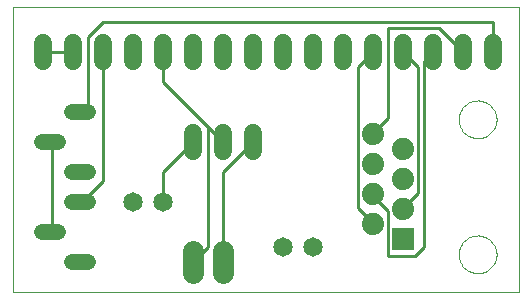
<source format=gtl>
G75*
G70*
%OFA0B0*%
%FSLAX24Y24*%
%IPPOS*%
%LPD*%
%AMOC8*
5,1,8,0,0,1.08239X$1,22.5*
%
%ADD10C,0.0000*%
%ADD11C,0.0600*%
%ADD12C,0.0740*%
%ADD13R,0.0740X0.0740*%
%ADD14C,0.0520*%
%ADD15C,0.0650*%
%ADD16C,0.0709*%
%ADD17C,0.0100*%
D10*
X001078Y000101D02*
X001078Y009597D01*
X017949Y009597D01*
X017949Y000101D01*
X001078Y000101D01*
X015948Y001351D02*
X015950Y001401D01*
X015956Y001451D01*
X015966Y001500D01*
X015980Y001548D01*
X015997Y001595D01*
X016018Y001640D01*
X016043Y001684D01*
X016071Y001725D01*
X016103Y001764D01*
X016137Y001801D01*
X016174Y001835D01*
X016214Y001865D01*
X016256Y001892D01*
X016300Y001916D01*
X016346Y001937D01*
X016393Y001953D01*
X016441Y001966D01*
X016491Y001975D01*
X016540Y001980D01*
X016591Y001981D01*
X016641Y001978D01*
X016690Y001971D01*
X016739Y001960D01*
X016787Y001945D01*
X016833Y001927D01*
X016878Y001905D01*
X016921Y001879D01*
X016962Y001850D01*
X017001Y001818D01*
X017037Y001783D01*
X017069Y001745D01*
X017099Y001705D01*
X017126Y001662D01*
X017149Y001618D01*
X017168Y001572D01*
X017184Y001524D01*
X017196Y001475D01*
X017204Y001426D01*
X017208Y001376D01*
X017208Y001326D01*
X017204Y001276D01*
X017196Y001227D01*
X017184Y001178D01*
X017168Y001130D01*
X017149Y001084D01*
X017126Y001040D01*
X017099Y000997D01*
X017069Y000957D01*
X017037Y000919D01*
X017001Y000884D01*
X016962Y000852D01*
X016921Y000823D01*
X016878Y000797D01*
X016833Y000775D01*
X016787Y000757D01*
X016739Y000742D01*
X016690Y000731D01*
X016641Y000724D01*
X016591Y000721D01*
X016540Y000722D01*
X016491Y000727D01*
X016441Y000736D01*
X016393Y000749D01*
X016346Y000765D01*
X016300Y000786D01*
X016256Y000810D01*
X016214Y000837D01*
X016174Y000867D01*
X016137Y000901D01*
X016103Y000938D01*
X016071Y000977D01*
X016043Y001018D01*
X016018Y001062D01*
X015997Y001107D01*
X015980Y001154D01*
X015966Y001202D01*
X015956Y001251D01*
X015950Y001301D01*
X015948Y001351D01*
X015948Y005851D02*
X015950Y005901D01*
X015956Y005951D01*
X015966Y006000D01*
X015980Y006048D01*
X015997Y006095D01*
X016018Y006140D01*
X016043Y006184D01*
X016071Y006225D01*
X016103Y006264D01*
X016137Y006301D01*
X016174Y006335D01*
X016214Y006365D01*
X016256Y006392D01*
X016300Y006416D01*
X016346Y006437D01*
X016393Y006453D01*
X016441Y006466D01*
X016491Y006475D01*
X016540Y006480D01*
X016591Y006481D01*
X016641Y006478D01*
X016690Y006471D01*
X016739Y006460D01*
X016787Y006445D01*
X016833Y006427D01*
X016878Y006405D01*
X016921Y006379D01*
X016962Y006350D01*
X017001Y006318D01*
X017037Y006283D01*
X017069Y006245D01*
X017099Y006205D01*
X017126Y006162D01*
X017149Y006118D01*
X017168Y006072D01*
X017184Y006024D01*
X017196Y005975D01*
X017204Y005926D01*
X017208Y005876D01*
X017208Y005826D01*
X017204Y005776D01*
X017196Y005727D01*
X017184Y005678D01*
X017168Y005630D01*
X017149Y005584D01*
X017126Y005540D01*
X017099Y005497D01*
X017069Y005457D01*
X017037Y005419D01*
X017001Y005384D01*
X016962Y005352D01*
X016921Y005323D01*
X016878Y005297D01*
X016833Y005275D01*
X016787Y005257D01*
X016739Y005242D01*
X016690Y005231D01*
X016641Y005224D01*
X016591Y005221D01*
X016540Y005222D01*
X016491Y005227D01*
X016441Y005236D01*
X016393Y005249D01*
X016346Y005265D01*
X016300Y005286D01*
X016256Y005310D01*
X016214Y005337D01*
X016174Y005367D01*
X016137Y005401D01*
X016103Y005438D01*
X016071Y005477D01*
X016043Y005518D01*
X016018Y005562D01*
X015997Y005607D01*
X015980Y005654D01*
X015966Y005702D01*
X015956Y005751D01*
X015950Y005801D01*
X015948Y005851D01*
D11*
X016078Y007801D02*
X016078Y008401D01*
X015078Y008401D02*
X015078Y007801D01*
X014078Y007801D02*
X014078Y008401D01*
X013078Y008401D02*
X013078Y007801D01*
X012078Y007801D02*
X012078Y008401D01*
X011078Y008401D02*
X011078Y007801D01*
X010078Y007801D02*
X010078Y008401D01*
X009078Y008401D02*
X009078Y007801D01*
X008078Y007801D02*
X008078Y008401D01*
X007078Y008401D02*
X007078Y007801D01*
X006078Y007801D02*
X006078Y008401D01*
X005078Y008401D02*
X005078Y007801D01*
X004078Y007801D02*
X004078Y008401D01*
X003078Y008401D02*
X003078Y007801D01*
X002078Y007801D02*
X002078Y008401D01*
X007078Y005401D02*
X007078Y004801D01*
X008078Y004801D02*
X008078Y005401D01*
X009078Y005401D02*
X009078Y004801D01*
X017078Y007801D02*
X017078Y008401D01*
D12*
X013078Y005351D03*
X014078Y004851D03*
X013078Y004351D03*
X014078Y003851D03*
X013078Y003351D03*
X014078Y002851D03*
X013078Y002351D03*
D13*
X014078Y001851D03*
D14*
X003588Y001101D02*
X003068Y001101D01*
X002588Y002101D02*
X002068Y002101D01*
X003068Y003101D02*
X003588Y003101D01*
X003588Y004101D02*
X003068Y004101D01*
X002588Y005101D02*
X002068Y005101D01*
X003068Y006101D02*
X003588Y006101D01*
D15*
X005078Y003101D03*
X006078Y003101D03*
X010078Y001601D03*
X011078Y001601D03*
D16*
X008078Y001455D02*
X008078Y000746D01*
X007078Y000746D02*
X007078Y001455D01*
D17*
X007078Y001101D02*
X007578Y001601D01*
X007578Y005601D01*
X008078Y005101D01*
X007578Y005601D02*
X006078Y007101D01*
X006078Y008101D01*
X004078Y008101D02*
X004078Y003801D01*
X003378Y003101D01*
X003328Y003101D01*
X002378Y002101D02*
X002328Y002101D01*
X002378Y002101D02*
X002378Y005101D01*
X002328Y005101D01*
X003328Y006101D02*
X003378Y006101D01*
X003578Y006301D01*
X003578Y008601D01*
X004078Y009101D01*
X017078Y009101D01*
X017078Y008101D01*
X016078Y008101D02*
X015278Y008901D01*
X013578Y008901D01*
X013578Y005901D01*
X013078Y005401D01*
X013078Y005351D01*
X009078Y005101D02*
X008078Y004101D01*
X008078Y001101D01*
X006078Y003101D02*
X006078Y004101D01*
X007078Y005101D01*
X012578Y002901D02*
X012578Y007601D01*
X013078Y008101D01*
X014078Y008101D02*
X014578Y007601D01*
X014578Y003401D01*
X014078Y002901D01*
X014078Y002851D01*
X013578Y002801D02*
X013078Y003301D01*
X013078Y003351D01*
X012578Y002901D02*
X013078Y002401D01*
X013078Y002351D01*
X013578Y002801D02*
X013578Y001301D01*
X014478Y001301D01*
X014778Y001601D01*
X014778Y007801D01*
X015078Y008101D01*
X003078Y008101D02*
X002078Y008101D01*
M02*

</source>
